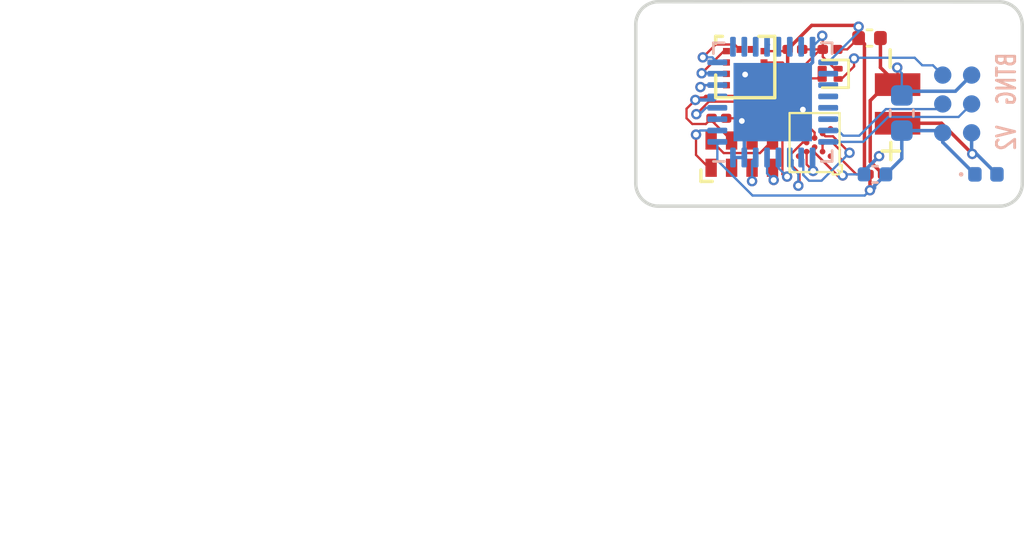
<source format=kicad_pcb>
(kicad_pcb (version 20240108) (generator "pcbnew") (generator_version "8.0")
  (layers (0 "F.Cu" signal) (31 "B.Cu" signal) (34 "B.Paste" user) (35 "F.Paste" user) (36 "B.SilkS" user "B.Silkscreen") (37 "F.SilkS" user "F.Silkscreen") (38 "B.Mask" user) (39 "F.Mask" user) (44 "Edge.Cuts" user))
  (net 0 "")
  (net 1 "GND")
  (net 2 "VBAT")
  (net 3 "SWDIO")
  (net 4 "SWCLK")
  (net 5 "Net-(Q501-C)")
  (net 6 "RST")
  (net 7 "/clkout")
  (net 8 "/SCL")
  (net 9 "/SDA")
  (net 10 "VIN")
  (net 11 "Net-(U501-VBACK)")
  (net 12 "/AT25_MISO")
  (net 13 "/AT25_nCS")
  (net 14 "/AT25_MOSI")
  (net 15 "/AT25_SCK")
  (net 17 "/ACCEL_SDA")
  (net 19 "/ACCEL_SCL")
  (net 20 "/WKUP4")
  (net 31 "unconnected-(U302-PA6-Pad12)")
  (net 34 "unconnected-(U302-PA4-Pad10)")
  (net 36 "unconnected-(U302-PA5-Pad11)")
  (footprint "AccelTag:taghole1.1mm" (layer "F.Cu") (at 140.53 111.671)
    (property "Reference" "J303" (hide yes))
    (property "Value" "Conn_01x01" (hide yes))
    (pad "" np_thru_hole circle (at 0 0) (size 1.1 1.1) (drill 1.1) (layers "*.Cu" "*.Mask"))
  )
  (footprint "AccelTag:MS621" (layer "F.Cu") (at 150.795 108.441 180)
    (property "Reference" "J401" (hide yes))
    (property "Value" "CONN_01X02" (hide yes))
    (fp_text user "-" (at 0.4 2 90) (layer "F.SilkS"))
    (fp_text user "+" (at 0.3 -2 0) (layer "F.SilkS"))
    (pad "1" smd rect (at 0 -0.85 180) (size 2 1) (layers "F.Cu" "F.Mask") (net 2 "VBAT"))
    (pad "2" smd rect (at 0 0.85 180) (size 2 1) (layers "F.Cu" "F.Mask") (net 1 "GND"))
  )
  (footprint "Capacitor_SMD:C_0402_1005Metric" (layer "F.Cu") (at 149.56 105.541)
    (property "Reference" "C404" (hide yes))
    (property "Value" "22uf" (hide yes))
    (fp_line (start -0.107836 -0.36) (end 0.107836 -0.36) (stroke (width 0.12)) (layer "F.SilkS"))
    (fp_line (start -0.107836 0.36) (end 0.107836 0.36) (stroke (width 0.12)) (layer "F.SilkS"))
    (pad "1" smd roundrect (at -0.48 0) (size 0.56 0.62) (layers "F.Cu" "F.Paste" "F.Mask") (net 10 "VIN"))
    (pad "2" smd roundrect (at 0.48 0) (size 0.56 0.62) (layers "F.Cu" "F.Paste" "F.Mask") (net 1 "GND"))
  )
  (footprint "AccelTag:RV-8803-C7" (layer "F.Cu") (at 143.944542 110.651 90)
    (property "Reference" "U501" (hide yes))
    (property "Value" "RV-3028-C7" (hide yes))
    (fp_line (start -0.7 -1.8) (end -1.2 -1.8) (stroke (width 0.15)) (layer "F.SilkS"))
    (fp_line (start -1.2 -1.8) (end -1.2 -1.3) (stroke (width 0.15)) (layer "F.SilkS"))
    (pad "1" smd rect (at -0.6 -1.35 90) (size 0.8 0.5) (layers "F.Cu" "F.Paste" "F.Mask") (net 7 "/clkout"))
    (pad "2" smd rect (at -0.6 -0.45 90) (size 0.8 0.5) (layers "F.Cu" "F.Paste" "F.Mask"))
    (pad "3" smd rect (at -0.6 0.45 90) (size 0.8 0.5) (layers "F.Cu" "F.Paste" "F.Mask") (net 8 "/SCL"))
    (pad "4" smd rect (at -0.6 1.35 90) (size 0.8 0.5) (layers "F.Cu" "F.Paste" "F.Mask") (net 9 "/SDA"))
    (pad "5" smd rect (at 0.6 1.35 90) (size 0.8 0.5) (layers "F.Cu" "F.Paste" "F.Mask") (net 1 "GND"))
    (pad "6" smd rect (at 0.6 0.45 90) (size 0.8 0.5) (layers "F.Cu" "F.Paste" "F.Mask") (net 11 "Net-(U501-VBACK)"))
    (pad "7" smd rect (at 0.6 -0.45 90) (size 0.8 0.5) (layers "F.Cu" "F.Paste" "F.Mask") (net 10 "VIN"))
    (pad "8" smd rect (at 0.6 -1.35 90) (size 0.8 0.5) (layers "F.Cu" "F.Paste" "F.Mask") (net 1 "GND"))
  )
  (footprint "Resistor_SMD:R_0201_0603Metric" (layer "F.Cu") (at 144.939542 109.051)
    (property "Reference" "R1" (hide yes))
    (property "Value" "10k" (hide yes))
    (pad "1" smd roundrect (at -0.32 0) (size 0.46 0.4) (layers "F.Cu" "F.Mask") (net 11 "Net-(U501-VBACK)"))
    (pad "2" smd roundrect (at 0.32 0) (size 0.46 0.4) (layers "F.Cu" "F.Mask") (net 1 "GND"))
  )
  (footprint "Capacitor_SMD:C_0201_0603Metric" (layer "F.Cu") (at 149.835 111.541)
    (property "Reference" "C501" (hide yes))
    (property "Value" "0.1uf" (hide yes))
    (pad "1" smd roundrect (at -0.32 0) (size 0.46 0.4) (layers "F.Cu" "F.Mask") (net 10 "VIN"))
    (pad "2" smd roundrect (at 0.32 0) (size 0.46 0.4) (layers "F.Cu" "F.Mask") (net 1 "GND"))
  )
  (footprint "Capacitor_SMD:C_0201_0603Metric" (layer "F.Cu") (at 147.825 106.041 180)
    (property "Reference" "C503" (hide yes))
    (property "Value" "0.1uf" (hide yes))
    (pad "1" smd roundrect (at -0.32 0 180) (size 0.46 0.4) (layers "F.Cu" "F.Mask") (net 10 "VIN"))
    (pad "2" smd roundrect (at 0.32 0 180) (size 0.46 0.4) (layers "F.Cu" "F.Mask") (net 1 "GND"))
  )
  (footprint "AccelTag:adesto_wlcsp12" (layer "F.Cu") (at 147.144542 110.141 180)
    (property "Reference" "U1" (hide yes))
    (property "Value" "at25ex321D-UUN" (hide yes))
    (fp_line (start 1.1 1.3) (end 1.1 -1.3) (stroke (width 0.1)) (layer "F.SilkS"))
    (fp_line (start 1.1 -1.3) (end -0.7 -1.3) (stroke (width 0.1)) (layer "F.SilkS"))
    (fp_line (start -0.8 -1.4) (end -0.8 -1.3) (stroke (width 0.1)) (layer "F.SilkS"))
    (fp_line (start -0.8 -1.4) (end -1.2 -1.4) (stroke (width 0.1)) (layer "F.SilkS"))
    (fp_line (start -1.1 1.3) (end 1.1 1.3) (stroke (width 0.1)) (layer "F.SilkS"))
    (fp_line (start -1.1 1.3) (end -1.1 -0.9) (stroke (width 0.1)) (layer "F.SilkS"))
    (fp_line (start -1.2 -1) (end -1.1 -1) (stroke (width 0.1)) (layer "F.SilkS"))
    (fp_line (start -1.2 -1) (end -1.2 -1.4) (stroke (width 0.1)) (layer "F.SilkS"))
    (fp_line (start -1.2 -1.4) (end -1.025 -1.225) (stroke (width 0.1)) (layer "F.SilkS"))
    (pad "A1" smd circle (at -0.7 -0.6 180) (size 0.25 0.25) (layers "F.Cu" "F.Paste" "F.Mask"))
    (pad "A5" smd circle (at 0.7 -0.6 180) (size 0.25 0.25) (layers "F.Cu" "F.Paste" "F.Mask"))
    (pad "B2" smd circle (at -0.35 -0.4 180) (size 0.25 0.25) (layers "F.Cu" "F.Paste" "F.Mask") (net 10 "VIN"))
    (pad "B4" smd circle (at 0.35 -0.4 180) (size 0.25 0.25) (layers "F.Cu" "F.Paste" "F.Mask") (net 13 "/AT25_nCS"))
    (pad "C3" smd circle (at 0 -0.2 180) (size 0.25 0.25) (layers "F.Cu" "F.Paste" "F.Mask") (net 1 "GND"))
    (pad "D2" smd circle (at -0.35 0 180) (size 0.25 0.25) (layers "F.Cu" "F.Paste" "F.Mask") (net 10 "VIN"))
    (pad "D4" smd circle (at 0.35 0 180) (size 0.25 0.25) (layers "F.Cu" "F.Paste" "F.Mask") (net 12 "/AT25_MISO"))
    (pad "E3" smd circle (at 0 0.2 180) (size 0.25 0.25) (layers "F.Cu" "F.Paste" "F.Mask") (net 14 "/AT25_MOSI"))
    (pad "F2" smd circle (at -0.35 0.4 180) (size 0.25 0.25) (layers "F.Cu" "F.Paste" "F.Mask") (net 15 "/AT25_SCK"))
    (pad "F4" smd circle (at 0.35 0.4 180) (size 0.25 0.25) (layers "F.Cu" "F.Paste" "F.Mask"))
    (pad "G1" smd circle (at -0.7 0.6 180) (size 0.25 0.25) (layers "F.Cu" "F.Paste" "F.Mask"))
    (pad "G5" smd circle (at 0.7 0.6 180) (size 0.25 0.25) (layers "F.Cu" "F.Paste" "F.Mask"))
  )
  (footprint "Capacitor_SMD:C_0201_0603Metric" (layer "F.Cu") (at 146.31 107.841)
    (property "Reference" "C502" (hide yes))
    (property "Value" "0.1uf" (hide yes))
    (pad "1" smd roundrect (at -0.32 0) (size 0.46 0.4) (layers "F.Cu" "F.Mask") (net 5 "Net-(Q501-C)"))
    (pad "2" smd roundrect (at 0.32 0) (size 0.46 0.4) (layers "F.Cu" "F.Mask") (net 1 "GND"))
  )
  (footprint "AccelTag:taghole1.1mm" (layer "F.Cu") (at 140.53 105.191)
    (property "Reference" "J304" (hide yes))
    (property "Value" "Conn_01x01" (hide yes))
    (pad "" np_thru_hole circle (at 0 0) (size 1.1 1.1) (drill 1.1) (layers "*.Cu" "*.Mask"))
  )
  (footprint "AccelTag:taghole1.1mm" (layer "F.Cu") (at 152.28 111.691)
    (property "Reference" "J301" (hide yes))
    (property "Value" "Conn_01x01" (hide yes))
    (pad "" np_thru_hole circle (at 0 -0.02) (size 1.1 1.1) (drill 1.1) (layers "F&B.Cu" "*.Mask"))
  )
  (footprint "AccelTag:taghole1.1mm" (layer "F.Cu") (at 151.5 105.191)
    (property "Reference" "J302" (hide yes))
    (property "Value" "Conn_01x01" (hide yes))
    (pad "" np_thru_hole circle (at 0.78 0) (size 1.1 1.1) (drill 1.1) (layers "F&B.Cu" "*.Mask"))
  )
  (footprint "Package_TO_SOT_SMD:SOT-883" (layer "F.Cu") (at 147.83 107.116 180)
    (property "Reference" "Q501" (hide yes))
    (property "Value" "Q_NPN_BEC" (hide yes))
    (fp_line (start 0.35 0.61) (end -0.81 0.61) (stroke (width 0.12)) (layer "F.SilkS"))
    (fp_line (start -0.81 0.61) (end -0.81 -0.61) (stroke (width 0.12)) (layer "F.SilkS"))
    (fp_line (start -0.81 -0.61) (end 0.35 -0.61) (stroke (width 0.12)) (layer "F.SilkS"))
    (pad "1" smd roundrect (at -0.35 -0.225 180) (size 0.4 0.25) (layers "F.Cu" "F.Paste" "F.Mask") (roundrect_rratio 0.2) (net 6 "RST"))
    (pad "2" smd roundrect (at -0.35 0.225 180) (size 0.4 0.25) (layers "F.Cu" "F.Paste" "F.Mask") (roundrect_rratio 0.2) (net 1 "GND"))
    (pad "3" smd roundrect (at 0.35 0 180) (size 0.4 0.7) (layers "F.Cu" "F.Paste" "F.Mask") (roundrect_rratio 0.125) (net 5 "Net-(Q501-C)"))
  )
  (footprint "Capacitor_SMD:C_0201_0603Metric" (layer "F.Cu") (at 146.28 106.041)
    (property "Reference" "C1" (hide yes))
    (property "Value" "0.1uf" (hide yes))
    (pad "1" smd roundrect (at -0.32 0) (size 0.46 0.4) (layers "F.Cu" "F.Mask") (net 10 "VIN"))
    (pad "2" smd roundrect (at 0.32 0) (size 0.46 0.4) (layers "F.Cu" "F.Mask") (net 1 "GND"))
  )
  (footprint "Capacitor_SMD:C_0201_0603Metric" (layer "F.Cu") (at 142.934542 109.071)
    (property "Reference" "C2" (hide yes))
    (property "Value" "0.1uf" (hide yes))
    (pad "1" smd roundrect (at -0.32 0) (size 0.46 0.4) (layers "F.Cu" "F.Mask") (net 10 "VIN"))
    (pad "2" smd roundrect (at 0.32 0) (size 0.46 0.4) (layers "F.Cu" "F.Mask") (net 1 "GND"))
  )
  (footprint "AccelTag:LIS2DW12TR" (layer "F.Cu") (at 144.094542 106.8665)
    (property "Reference" "U3" (hide yes))
    (property "Value" "LIS2DW12TR" (hide yes))
    (fp_line (start -1.3 -1.4) (end -1.3 -1.1) (stroke (width 0.15)) (layer "F.SilkS"))
    (fp_line (start -1.3 -1.4) (end -1 -1.4) (stroke (width 0.15)) (layer "F.SilkS"))
    (fp_line (start -1.3 -1.1) (end -1.3 -1.4) (stroke (width 0.15)) (layer "F.SilkS"))
    (fp_line (start -1.3 1.3) (end -1.3 0.3) (stroke (width 0.15)) (layer "F.SilkS"))
    (fp_line (start 0.6 -1.4) (end 1.3 -1.4) (stroke (width 0.15)) (layer "F.SilkS"))
    (fp_line (start 1.3 -1.4) (end 1.3 1.3) (stroke (width 0.15)) (layer "F.SilkS"))
    (fp_line (start 1.3 1.3) (end -1.3 1.3) (stroke (width 0.15)) (layer "F.SilkS"))
    (pad "1" smd rect (at -0.8255 -0.750001 90) (size 0.2794 0.3048) (layers "F.Cu" "F.Paste" "F.Mask") (net 19 "/ACCEL_SCL"))
    (pad "2" smd rect (at -0.8255 -0.25 90) (size 0.2794 0.3048) (layers "F.Cu" "F.Paste" "F.Mask"))
    (pad "3" smd rect (at -0.8255 0.25 90) (size 0.2794 0.3048) (layers "F.Cu" "F.Paste" "F.Mask"))
    (pad "4" smd rect (at -0.8255 0.750001 90) (size 0.2794 0.3048) (layers "F.Cu" "F.Paste" "F.Mask") (net 17 "/ACCEL_SDA"))
    (pad "5" smd rect (at -0.25 0.8255) (size 0.2794 0.3048) (layers "F.Cu" "F.Paste" "F.Mask"))
    (pad "6" smd rect (at 0.25 0.8255) (size 0.2794 0.3048) (layers "F.Cu" "F.Paste" "F.Mask") (net 1 "GND"))
    (pad "7" smd rect (at 0.8255 0.750001 90) (size 0.2794 0.3048) (layers "F.Cu" "F.Paste" "F.Mask") (net 1 "GND"))
    (pad "8" smd rect (at 0.8255 0.25 90) (size 0.2794 0.3048) (layers "F.Cu" "F.Paste" "F.Mask") (net 1 "GND"))
    (pad "9" smd rect (at 0.8255 -0.25 90) (size 0.2794 0.3048) (layers "F.Cu" "F.Paste" "F.Mask") (net 10 "VIN"))
    (pad "10" smd rect (at 0.8255 -0.750001 90) (size 0.2794 0.3048) (layers "F.Cu" "F.Paste" "F.Mask") (net 10 "VIN"))
    (pad "11" smd rect (at 0.25 -0.8255) (size 0.2794 0.3048) (layers "F.Cu" "F.Paste" "F.Mask"))
    (pad "12" smd rect (at -0.25 -0.8255) (size 0.2794 0.3048) (layers "F.Cu" "F.Paste" "F.Mask") (net 20 "/WKUP4"))
  )
  (footprint "Capacitor_SMD:C_0201_0603Metric" (layer "F.Cu") (at 146.28 106.841)
    (property "Reference" "C3" (hide yes))
    (property "Value" "0.1uf" (hide yes))
    (pad "1" smd roundrect (at -0.32 0) (size 0.46 0.4) (layers "F.Cu" "F.Mask") (net 10 "VIN"))
    (pad "2" smd roundrect (at 0.32 0) (size 0.46 0.4) (layers "F.Cu" "F.Mask") (net 1 "GND"))
  )
  (footprint "AccelTag:tagpoints6" (layer "B.Cu") (at 153.415 108.441 90)
    (property "Reference" "J201" (hide yes))
    (property "Value" "CONN_02X04" (hide yes))
    (pad "1" smd circle (at -1.27 -0.635 90) (size 0.762 0.762) (layers "B.Cu" "B.Mask") (net 10 "VIN"))
    (pad "2" smd circle (at -1.27 0.635 90) (size 0.762 0.762) (layers "B.Cu" "B.Mask") (net 2 "VBAT"))
    (pad "3" smd circle (at 0 -0.635 90) (size 0.762 0.762) (layers "B.Cu" "B.Mask") (net 3 "SWDIO"))
    (pad "4" smd circle (at 0 0.635 90) (size 0.762 0.762) (layers "B.Cu" "B.Mask") (net 4 "SWCLK"))
    (pad "5" smd circle (at 1.27 -0.635 90) (size 0.762 0.762) (layers "B.Cu" "B.Mask") (net 6 "RST"))
    (pad "6" smd circle (at 1.27 0.635 90) (size 0.762 0.762) (layers "B.Cu" "B.Mask") (net 1 "GND"))
  )
  (footprint "Diode_SMD:D_0402_1005Metric" (layer "B.Cu") (at 154.68 111.541)
    (property "Reference" "D401" (hide yes))
    (property "Value" "D" (hide yes))
    (fp_circle (center -1.09 0) (end -1.04 0) (stroke (width 0.1)) (fill none) (layer "B.SilkS"))
    (pad "1" smd roundrect (at -0.485 0) (size 0.59 0.64) (layers "B.Cu" "B.Paste" "B.Mask") (net 10 "VIN"))
    (pad "2" smd roundrect (at 0.485 0) (size 0.59 0.64) (layers "B.Cu" "B.Paste" "B.Mask") (net 2 "VBAT"))
  )
  (footprint "Package_DFN_QFN:QFN-32-1EP_5x5mm_P0.5mm_EP3.45x3.45mm" (layer "B.Cu") (at 145.304542 108.361)
    (property "Reference" "U302" (hide yes))
    (property "Value" "stm32l431kc" (hide yes))
    (fp_line (start -2.61 -2.61) (end -2.61 -2.135) (stroke (width 0.12)) (layer "B.SilkS"))
    (fp_line (start -2.135 -2.61) (end -2.61 -2.61) (stroke (width 0.12)) (layer "B.SilkS"))
    (fp_line (start -2.135 2.61) (end -2.61 2.61) (stroke (width 0.12)) (layer "B.SilkS"))
    (fp_line (start 2.135 -2.61) (end 2.61 -2.61) (stroke (width 0.12)) (layer "B.SilkS"))
    (fp_line (start 2.135 2.61) (end 2.61 2.61) (stroke (width 0.12)) (layer "B.SilkS"))
    (fp_line (start 2.61 -2.61) (end 2.61 -2.135) (stroke (width 0.12)) (layer "B.SilkS"))
    (fp_line (start 2.61 2.61) (end 2.61 2.135) (stroke (width 0.12)) (layer "B.SilkS"))
    (pad "1" smd roundrect (at -2.4375 1.75) (size 0.875 0.25) (layers "B.Cu" "B.Paste" "B.Mask") (net 10 "VIN"))
    (pad "2" smd roundrect (at -2.4375 1.25) (size 0.875 0.25) (layers "B.Cu" "B.Paste" "B.Mask") (net 7 "/clkout"))
    (pad "3" smd roundrect (at -2.4375 0.75) (size 0.875 0.25) (layers "B.Cu" "B.Paste" "B.Mask"))
    (pad "4" smd roundrect (at -2.4375 0.25) (size 0.875 0.25) (layers "B.Cu" "B.Paste" "B.Mask") (net 5 "Net-(Q501-C)"))
    (pad "5" smd roundrect (at -2.4375 -0.25) (size 0.875 0.25) (layers "B.Cu" "B.Paste" "B.Mask") (net 10 "VIN"))
    (pad "6" smd roundrect (at -2.4375 -0.75) (size 0.875 0.25) (layers "B.Cu" "B.Paste" "B.Mask") (net 17 "/ACCEL_SDA"))
    (pad "7" smd roundrect (at -2.4375 -1.25) (size 0.875 0.25) (layers "B.Cu" "B.Paste" "B.Mask") (net 19 "/ACCEL_SCL"))
    (pad "8" smd roundrect (at -2.4375 -1.75) (size 0.875 0.25) (layers "B.Cu" "B.Paste" "B.Mask") (net 20 "/WKUP4"))
    (pad "9" smd roundrect (at -1.75 -2.4375) (size 0.25 0.875) (layers "B.Cu" "B.Paste" "B.Mask"))
    (pad "10" smd roundrect (at -1.25 -2.4375) (size 0.25 0.875) (layers "B.Cu" "B.Paste" "B.Mask") (net 34 "unconnected-(U302-PA4-Pad10)"))
    (pad "11" smd roundrect (at -0.75 -2.4375) (size 0.25 0.875) (layers "B.Cu" "B.Paste" "B.Mask") (net 36 "unconnected-(U302-PA5-Pad11)"))
    (pad "12" smd roundrect (at -0.25 -2.4375) (size 0.25 0.875) (layers "B.Cu" "B.Paste" "B.Mask") (net 31 "unconnected-(U302-PA6-Pad12)"))
    (pad "13" smd roundrect (at 0.25 -2.4375) (size 0.25 0.875) (layers "B.Cu" "B.Paste" "B.Mask"))
    (pad "14" smd roundrect (at 0.75 -2.4375) (size 0.25 0.875) (layers "B.Cu" "B.Paste" "B.Mask"))
    (pad "15" smd roundrect (at 1.25 -2.4375) (size 0.25 0.875) (layers "B.Cu" "B.Paste" "B.Mask"))
    (pad "16" smd roundrect (at 1.75 -2.4375) (size 0.25 0.875) (layers "B.Cu" "B.Paste" "B.Mask") (net 1 "GND"))
    (pad "17" smd roundrect (at 2.4375 -1.75) (size 0.875 0.25) (layers "B.Cu" "B.Paste" "B.Mask") (net 10 "VIN"))
    (pad "18" smd roundrect (at 2.4375 -1.25) (size 0.875 0.25) (layers "B.Cu" "B.Paste" "B.Mask"))
    (pad "19" smd roundrect (at 2.4375 -0.75) (size 0.875 0.25) (layers "B.Cu" "B.Paste" "B.Mask"))
    (pad "20" smd roundrect (at 2.4375 -0.25) (size 0.875 0.25) (layers "B.Cu" "B.Paste" "B.Mask"))
    (pad "21" smd roundrect (at 2.4375 0.25) (size 0.875 0.25) (layers "B.Cu" "B.Paste" "B.Mask"))
    (pad "22" smd roundrect (at 2.4375 0.75) (size 0.875 0.25) (layers "B.Cu" "B.Paste" "B.Mask"))
    (pad "23" smd roundrect (at 2.4375 1.25) (size 0.875 0.25) (layers "B.Cu" "B.Paste" "B.Mask") (net 3 "SWDIO"))
    (pad "24" smd roundrect (at 2.4375 1.75) (size 0.875 0.25) (layers "B.Cu" "B.Paste" "B.Mask") (net 4 "SWCLK"))
    (pad "25" smd roundrect (at 1.75 2.4375) (size 0.25 0.875) (layers "B.Cu" "B.Paste" "B.Mask") (net 13 "/AT25_nCS"))
    (pad "26" smd roundrect (at 1.25 2.4375) (size 0.25 0.875) (layers "B.Cu" "B.Paste" "B.Mask") (net 15 "/AT25_SCK"))
    (pad "27" smd roundrect (at 0.75 2.4375) (size 0.25 0.875) (layers "B.Cu" "B.Paste" "B.Mask") (net 12 "/AT25_MISO"))
    (pad "28" smd roundrect (at 0.25 2.4375) (size 0.25 0.875) (layers "B.Cu" "B.Paste" "B.Mask") (net 14 "/AT25_MOSI"))
    (pad "29" smd roundrect (at -0.25 2.4375) (size 0.25 0.875) (layers "B.Cu" "B.Paste" "B.Mask") (net 9 "/SDA"))
    (pad "30" smd roundrect (at -0.75 2.4375) (size 0.25 0.875) (layers "B.Cu" "B.Paste" "B.Mask") (net 8 "/SCL"))
    (pad "31" smd roundrect (at -1.25 2.4375) (size 0.25 0.875) (layers "B.Cu" "B.Paste" "B.Mask") (net 1 "GND"))
    (pad "32" smd roundrect (at -1.75 2.4375) (size 0.25 0.875) (layers "B.Cu" "B.Paste" "B.Mask") (net 1 "GND"))
    (pad "33" smd rect (at 0 0) (size 3.45 3.45) (layers "B.Cu" "B.Mask") (net 1 "GND"))
  )
  (footprint "Capacitor_SMD:C_0603_1608Metric" (layer "B.Cu") (at 150.98 108.841 90)
    (property "Reference" "C6" (hide yes))
    (property "Value" "47uf" (hide yes))
    (fp_line (start 0.14058 -0.51) (end -0.14058 -0.51) (stroke (width 0.12)) (layer "B.SilkS"))
    (fp_line (start 0.14058 0.51) (end -0.14058 0.51) (stroke (width 0.12)) (layer "B.SilkS"))
    (pad "1" smd roundrect (at -0.775 0 90) (size 0.9 0.95) (layers "B.Cu" "B.Paste" "B.Mask") (net 10 "VIN"))
    (pad "2" smd roundrect (at 0.775 0 90) (size 0.9 0.95) (layers "B.Cu" "B.Paste" "B.Mask") (net 1 "GND"))
  )
  (footprint "Capacitor_SMD:C_0402_1005Metric" (layer "B.Cu") (at 149.8 111.541 180)
    (property "Reference" "C4" (hide yes))
    (property "Value" "22uf" (hide yes))
    (fp_line (start 0.107836 0.36) (end -0.107836 0.36) (stroke (width 0.12)) (layer "B.SilkS"))
    (fp_line (start 0.107836 -0.36) (end -0.107836 -0.36) (stroke (width 0.12)) (layer "B.SilkS"))
    (pad "1" smd roundrect (at -0.48 0 180) (size 0.56 0.62) (layers "B.Cu" "B.Paste" "B.Mask") (net 10 "VIN"))
    (pad "2" smd roundrect (at 0.48 0 180) (size 0.56 0.62) (layers "B.Cu" "B.Paste" "B.Mask") (net 1 "GND"))
  )
  (gr_line (start 143.994542 107.241) (end 144.094542 107.191) (stroke (width 0.2)) (layer "B.Cu") (net 1))
  (gr_line (start 139.28 111.941) (end 139.28 104.941) (stroke (width 0.15)) (layer "Edge.Cuts"))
  (gr_line (start 156.28 104.948107) (end 156.28 111.941) (stroke (width 0.15)) (layer "Edge.Cuts"))
  (gr_arc (start 156.28 111.941) (mid 155.987107 112.648107) (end 155.28 112.941) (stroke (width 0.15)) (layer "Edge.Cuts"))
  (gr_arc (start 155.28 103.948107) (mid 155.984572 104.241418) (end 156.272868 104.948056) (stroke (width 0.15)) (layer "Edge.Cuts"))
  (gr_arc (start 139.28 104.941) (mid 139.572893 104.233893) (end 140.28 103.941) (stroke (width 0.15)) (layer "Edge.Cuts"))
  (gr_line (start 155.28 103.948107) (end 140.28 103.941) (stroke (width 0.15)) (layer "Edge.Cuts"))
  (gr_line (start 155.28 112.941) (end 140.28 112.941) (stroke (width 0.15)) (layer "Edge.Cuts"))
  (gr_arc (start 140.28 112.941) (mid 139.572893 112.648107) (end 139.28 111.941) (stroke (width 0.15)) (layer "Edge.Cuts"))
  (gr_text "BTNG  V2" (at 155.58 108.341 90) (layer "B.SilkS") (effects (font (size 0.8 0.6) (thickness 0.125)) (justify mirror)))
  (segment (start 146.63 107.841) (end 146.63 108.691) (width 0.1016) (layer "F.Cu") (net 1))
  (segment (start 143.146942 110.6034) (end 144.742142 110.6034) (width 0.1016) (layer "F.Cu") (net 1))
  (segment (start 147.505 106.041) (end 147.505 105.466) (width 0.1016) (layer "F.Cu") (net 1))
  (segment (start 145.259542 109.051) (end 145.259542 109.986) (width 0.1016) (layer "F.Cu") (net 1))
  (segment (start 149.6675 111.0535) (end 150.155 111.541) (width 0.1524) (layer "F.Cu") (net 1))
  (segment (start 144.560043 107.616501) (end 144.089542 107.146) (width 0.1016) (layer "F.Cu") (net 1))
  (segment (start 144.344542 107.692) (end 144.344542 107.401) (width 0.1016) (layer "F.Cu") (net 1))
  (segment (start 146.6 106.841) (end 147.4 106.041) (width 0.1016) (layer "F.Cu") (net 1))
  (segment (start 147.4 106.041) (end 147.505 106.041) (width 0.1016) (layer "F.Cu") (net 1))
  (segment (start 143.814542 109.061) (end 143.944542 109.191) (width 0.1016) (layer "F.Cu") (net 1))
  (segment (start 143.824542 109.071) (end 143.944542 109.191) (width 0.1016) (layer "F.Cu") (net 1))
  (segment (start 144.344542 107.401) (end 144.089542 107.146) (width 0.1016) (layer "F.Cu") (net 1))
  (segment (start 143.944542 109.191) (end 143.944542 109.085171) (width 0.1016) (layer "F.Cu") (net 1))
  (segment (start 150.795 107.591) (end 150.795 107.436) (width 0.1524) (layer "F.Cu") (net 1))
  (segment (start 144.089542 107.146) (end 144.890542 107.146) (width 0.1016) (layer "F.Cu") (net 1))
  (segment (start 144.890542 107.146) (end 144.920042 107.1165) (width 0.1016) (layer "F.Cu") (net 1))
  (segment (start 147.144542 110.583303) (end 148.23 111.668761) (width 0.1016) (layer "F.Cu") (net 1))
  (segment (start 147.505 106.366) (end 148.08 106.941) (width 0.1016) (layer "F.Cu") (net 1))
  (segment (start 145.144542 108.6355) (end 145.259542 108.7505) (width 0.1016) (layer "F.Cu") (net 1))
  (segment (start 144.394213 108.6355) (end 145.144542 108.6355) (width 0.1016) (layer "F.Cu") (net 1))
  (segment (start 150.295 107.591) (end 149.5912 108.2948) (width 0.1524) (layer "F.Cu") (net 1))
  (segment (start 149.98 110.741) (end 149.6675 111.0535) (width 0.1524) (layer "F.Cu") (net 1))
  (segment (start 149.5912 110.9772) (end 149.6675 111.0535) (width 0.1524) (layer "F.Cu") (net 1))
  (segment (start 147.144542 110.583303) (end 148.152239 111.591) (width 0.1016) (layer "F.Cu") (net 1))
  (segment (start 150.795 107.591) (end 149.9 107.591) (width 0.1524) (layer "F.Cu") (net 1))
  (segment (start 147.144542 110.341) (end 147.144542 110.583303) (width 0.1016) (layer "F.Cu") (net 1))
  (segment (start 150.795 107.591) (end 150.795 106.856) (width 0.1016) (layer "F.Cu") (net 1))
  (segment (start 148.152239 111.591) (end 148.38 111.591) (width 0.1016) (layer "F.Cu") (net 1))
  (segment (start 142.614542 109.931) (end 142.494542 110.051) (width 0.1016) (layer "F.Cu") (net 1))
  (segment (start 147.505 106.041) (end 147.505 106.366) (width 0.1016) (layer "F.Cu") (net 1))
  (segment (start 142.594542 110.051) (end 143.146942 110.6034) (width 0.1016) (layer "F.Cu") (net 1))
  (segment (start 150.04 106.836) (end 150.795 107.591) (width 0.1524) (layer "F.Cu") (net 1))
  (segment (start 150.79 107.361) (end 150.64 107.511) (width 0.1016) (layer "F.Cu") (net 1))
  (segment (start 146.63 107.841) (end 146.63 108.051) (width 0.1016) (layer "F.Cu") (net 1))
  (segment (start 147.505 105.466) (end 147.48 105.441) (width 0.1016) (layer "F.Cu") (net 1))
  (segment (start 149.956 107.511) (end 150.84 107.511) (width 0.1016) (layer "F.Cu") (net 1))
  (segment (start 144.920042 107.616501) (end 144.560043 107.616501) (width 0.1016) (layer "F.Cu") (net 1))
  (segment (start 146.6 106.041) (end 147.505 106.041) (width 0.1016) (layer "F.Cu") (net 1))
  (segment (start 144.742142 110.6034) (end 145.294542 110.051) (width 0.1016) (layer "F.Cu") (net 1))
  (segment (start 150.795 106.856) (end 150.78 106.841) (width 0.1016) (layer "F.Cu") (net 1))
  (segment (start 149.5912 108.2948) (end 149.5912 110.9772) (width 0.1524) (layer "F.Cu") (net 1))
  (segment (start 143.254542 109.071) (end 143.824542 109.071) (width 0.1016) (layer "F.Cu") (net 1))
  (segment (start 143.944542 109.085171) (end 144.394213 108.6355) (width 0.1016) (layer "F.Cu") (net 1))
  (segment (start 145.259542 108.7505) (end 145.259542 109.051) (width 0.1016) (layer "F.Cu") (net 1))
  (segment (start 150.795 107.591) (end 150.295 107.591) (width 0.1524) (layer "F.Cu") (net 1))
  (segment (start 150.04 105.541) (end 150.04 106.836) (width 0.1524) (layer "F.Cu") (net 1))
  (via (at 146.63 108.691) (size 0.4572) (drill 0.254) (layers "F.Cu" "B.Cu") (net 1))
  (via (at 148.38 111.591) (size 0.4572) (drill 0.254) (layers "F.Cu" "B.Cu") (net 1))
  (via (at 149.98 110.741) (size 0.4572) (drill 0.254) (layers "F.Cu" "B.Cu") (net 1))
  (via (at 150.78 106.841) (size 0.4572) (drill 0.254) (layers "F.Cu" "B.Cu") (net 1))
  (via (at 143.944542 109.191) (size 0.4572) (drill 0.254) (layers "F.Cu" "B.Cu") (net 1))
  (via (at 144.089542 107.146) (size 0.4572) (drill 0.254) (layers "F.Cu" "B.Cu") (net 1))
  (via (at 147.48 105.441) (size 0.4572) (drill 0.254) (layers "F.Cu" "B.Cu") (net 1))
  (segment (start 148.43 111.541) (end 148.38 111.591) (width 0.1016) (layer "B.Cu") (net 1))
  (segment (start 154.08 107.141) (end 154.05 107.171) (width 0.1524) (layer "B.Cu") (net 1))
  (segment (start 144.054542 109.611) (end 145.304542 108.361) (width 0.1524) (layer "B.Cu") (net 1))
  (segment (start 147.054542 105.9235) (end 147.054542 106.611) (width 0.1524) (layer "B.Cu") (net 1))
  (segment (start 143.554542 110.7985) (end 144.054542 110.7985) (width 0.1524) (layer "B.Cu") (net 1))
  (segment (start 151.1638 107.8822) (end 153.3388 107.8822) (width 0.1524) (layer "B.Cu") (net 1))
  (segment (start 144.089542 107.146) (end 145.304542 108.361) (width 0.1524) (layer "B.Cu") (net 1))
  (segment (start 150.98 108.066) (end 151.1638 107.8822) (width 0.1524) (layer "B.Cu") (net 1))
  (segment (start 147.48 105.441) (end 147.48 105.498042) (width 0.1016) (layer "B.Cu") (net 1))
  (segment (start 150.78 106.891) (end 150.98 107.091) (width 0.1016) (layer "B.Cu") (net 1))
  (segment (start 144.054542 110.7985) (end 144.054542 109.611) (width 0.1524) (layer "B.Cu") (net 1))
  (segment (start 149.13 111.581) (end 149.19 111.641) (width 0.1524) (layer "B.Cu") (net 1))
  (segment (start 147.48 105.498042) (end 147.054542 105.9235) (width 0.1016) (layer "B.Cu") (net 1))
  (segment (start 153.3388 107.8822) (end 154.05 107.171) (width 0.1524) (layer "B.Cu") (net 1))
  (segment (start 149.32 111.541) (end 149.32 111.401) (width 0.1524) (layer "B.Cu") (net 1))
  (segment (start 150.78 106.841) (end 150.78 106.891) (width 0.1016) (layer "B.Cu") (net 1))
  (segment (start 149.32 111.541) (end 148.43 111.541) (width 0.1016) (layer "B.Cu") (net 1))
  (segment (start 147.054542 106.611) (end 145.304542 108.361) (width 0.1524) (layer "B.Cu") (net 1))
  (segment (start 150.98 107.091) (end 150.98 108.066) (width 0.1016) (layer "B.Cu") (net 1))
  (segment (start 149.32 111.401) (end 149.98 110.741) (width 0.1524) (layer "B.Cu") (net 1))
  (segment (start 152.73 109.291) (end 154.08 110.641) (width 0.1524) (layer "F.Cu") (net 2))
  (segment (start 150.84 109.211) (end 150.655 109.211) (width 0.1016) (layer "F.Cu") (net 2))
  (segment (start 150.795 109.291) (end 152.73 109.291) (width 0.1524) (layer "F.Cu") (net 2))
  (segment (start 150.985 109.411) (end 150.825 109.251) (width 0.1016) (layer "F.Cu") (net 2))
  (segment (start 150.955 109.451) (end 150.795 109.291) (width 0.1524) (layer "F.Cu") (net 2))
  (segment (start 150.69 109.261) (end 150.64 109.211) (width 0.1016) (layer "F.Cu") (net 2))
  (via (at 154.08 110.641) (size 0.4572) (drill 0.254) (layers "F.Cu" "B.Cu") (net 2))
  (segment (start 154.265 110.641) (end 155.165 111.541) (width 0.1524) (layer "B.Cu") (net 2))
  (segment (start 154.08 110.641) (end 154.265 110.641) (width 0.1524) (layer "B.Cu") (net 2))
  (segment (start 154.05 109.711) (end 154.05 110.611) (width 0.1524) (layer "B.Cu") (net 2))
  (segment (start 154.05 110.611) (end 154.08 110.641) (width 0.1524) (layer "B.Cu") (net 2))
  (segment (start 148.407341 109.8388) (end 149.1096 109.8388) (width 0.1016) (layer "B.Cu") (net 3))
  (segment (start 152.5526 108.6684) (end 150.28 108.6684) (width 0.1016) (layer "B.Cu") (net 3))
  (segment (start 148.407341 109.8388) (end 148.179541 109.611) (width 0.1016) (layer "B.Cu") (net 3))
  (segment (start 149.1096 109.8388) (end 149.5768 109.3716) (width 0.1016) (layer "B.Cu") (net 3))
  (segment (start 152.78 108.441) (end 152.5526 108.6684) (width 0.1016) (layer "B.Cu") (net 3))
  (segment (start 150.28 108.6684) (end 149.5768 109.3716) (width 0.1016) (layer "B.Cu") (net 3))
  (segment (start 148.179541 109.611) (end 147.742042 109.611) (width 0.1016) (layer "B.Cu") (net 3))
  (segment (start 150.38 109.0136) (end 153.4774 109.0136) (width 0.1016) (layer "B.Cu") (net 4))
  (segment (start 147.742042 110.111) (end 149.2826 110.111) (width 0.1016) (layer "B.Cu") (net 4))
  (segment (start 153.4774 109.0136) (end 154.05 108.441) (width 0.1016) (layer "B.Cu") (net 4))
  (segment (start 149.2826 110.111) (end 150.38 109.0136) (width 0.1016) (layer "B.Cu") (net 4))
  (segment (start 141.944542 108.891) (end 142.494542 108.341) (width 0.1016) (layer "F.Cu") (net 5))
  (segment (start 147.28 107.316) (end 146.515 107.316) (width 0.1016) (layer "F.Cu") (net 5))
  (segment (start 145.58 107.841) (end 145.99 107.841) (width 0.1016) (layer "F.Cu") (net 5))
  (segment (start 145.08 108.341) (end 145.58 107.841) (width 0.1016) (layer "F.Cu") (net 5))
  (segment (start 142.494542 108.341) (end 145.08 108.341) (width 0.1016) (layer "F.Cu") (net 5))
  (segment (start 147.48 107.116) (end 147.28 107.316) (width 0.1016) (layer "F.Cu") (net 5))
  (segment (start 146.515 107.316) (end 145.99 107.841) (width 0.1016) (layer "F.Cu") (net 5))
  (via (at 141.944542 108.891) (size 0.4572) (drill 0.254) (layers "F.Cu" "B.Cu") (net 5))
  (segment (start 142.867042 108.611) (end 142.374679 108.611) (width 0.1016) (layer "B.Cu") (net 5))
  (segment (start 142.374679 108.611) (end 142.162264 108.823415) (width 0.1016) (layer "B.Cu") (net 5))
  (segment (start 148.88 106.791) (end 148.28 107.391) (width 0.1016) (layer "F.Cu") (net 6))
  (segment (start 148.719542 106.441) (end 148.88 106.441) (width 0.1016) (layer "F.Cu") (net 6))
  (segment (start 148.28 107.391) (end 148.08 107.391) (width 0.1016) (layer "F.Cu") (net 6))
  (segment (start 148.88 106.441) (end 148.88 106.791) (width 0.1016) (layer "F.Cu") (net 6))
  (via (at 148.88 106.441) (size 0.4572) (drill 0.254) (layers "F.Cu" "B.Cu") (net 6))
  (segment (start 151.5482 106.4092) (end 151.88 106.741) (width 0.1016) (layer "B.Cu") (net 6))
  (segment (start 148.88 106.441) (end 148.9118 106.4092) (width 0.1016) (layer "B.Cu") (net 6))
  (segment (start 148.9118 106.4092) (end 151.5482 106.4092) (width 0.1016) (layer "B.Cu") (net 6))
  (segment (start 152.35 106.741) (end 152.78 107.171) (width 0.1016) (layer "B.Cu") (net 6))
  (segment (start 151.88 106.741) (end 152.35 106.741) (width 0.1016) (layer "B.Cu") (net 6))
  (segment (start 141.93 109.791) (end 141.93 110.686458) (width 0.1016) (layer "F.Cu") (net 7))
  (segment (start 141.93 110.686458) (end 142.282271 111.038729) (width 0.1016) (layer "F.Cu") (net 7))
  (segment (start 142.282271 111.038729) (end 142.494542 111.251) (width 0.1016) (layer "F.Cu") (net 7))
  (via (at 141.93 109.791) (size 0.4572) (drill 0.254) (layers "F.Cu" "B.Cu") (net 7))
  (segment (start 142.11 109.611) (end 141.93 109.791) (width 0.1016) (layer "B.Cu") (net 7))
  (segment (start 142.867042 109.611) (end 142.11 109.611) (width 0.1016) (layer "B.Cu") (net 7))
  (segment (start 144.394542 111.251) (end 144.394542 111.841) (width 0.1016) (layer "F.Cu") (net 8))
  (via (at 144.394542 111.841) (size 0.4572) (drill 0.254) (layers "F.Cu" "B.Cu") (net 8))
  (segment (start 144.394542 111.841) (end 144.394542 110.9585) (width 0.1016) (layer "B.Cu") (net 8))
  (segment (start 144.394542 110.9585) (end 144.554542 110.7985) (width 0.1016) (layer "B.Cu") (net 8))
  (segment (start 145.294542 111.251) (end 145.294542 111.741) (width 0.1016) (layer "F.Cu") (net 9))
  (segment (start 145.294542 111.741) (end 145.344542 111.791) (width 0.1016) (layer "F.Cu") (net 9))
  (via (at 145.344542 111.791) (size 0.4572) (drill 0.254) (layers "F.Cu" "B.Cu") (net 9))
  (segment (start 145.054542 111.501) (end 145.054542 110.7985) (width 0.1016) (layer "B.Cu") (net 9))
  (segment (start 145.344542 111.791) (end 145.054542 111.501) (width 0.1016) (layer "B.Cu") (net 9))
  (segment (start 148.2482 110.4592) (end 148.2482 110.8092) (width 0.1016) (layer "F.Cu") (net 10))
  (segment (start 147.0172 104.9838) (end 145.96 106.041) (width 0.1524) (layer "F.Cu") (net 10))
  (segment (start 142.3586 108.1124) (end 142.28 108.191) (width 0.1524) (layer "F.Cu") (net 10))
  (segment (start 145.96 106.041) (end 145.96 106.841) (width 0.1524) (layer "F.Cu") (net 10))
  (segment (start 149.58 111.606) (end 149.515 111.541) (width 0.1524) (layer "F.Cu") (net 10))
  (segment (start 145.96 106.041) (end 146.010282 106.041) (width 0.1016) (layer "F.Cu") (net 10))
  (segment (start 147.93 110.141) (end 148.2482 110.4592) (width 0.1016) (layer "F.Cu") (net 10))
  (segment (start 141.512742 109.069858) (end 141.512742 108.653029) (width 0.1016) (layer "F.Cu") (net 10))
  (segment (start 145.884501 106.116499) (end 145.96 106.041) (width 0.1016) (layer "F.Cu") (net 10))
  (segment (start 149.08 105.041) (end 149.0228 104.9838) (width 0.1524) (layer "F.Cu") (net 10))
  (segment (start 141.765684 109.3228) (end 141.512742 109.069858) (width 0.1016) (layer "F.Cu") (net 10))
  (segment (start 149.58 112.241) (end 149.58 111.606) (width 0.1524) (layer "F.Cu") (net 10))
  (segment (start 142.28 108.191) (end 142.23 108.191) (width 0.1524) (layer "F.Cu") (net 10))
  (segment (start 148.145 106.041) (end 148.58 106.041) (width 0.1016) (layer "F.Cu") (net 10))
  (segment (start 142.614542 109.171) (end 143.494542 110.051) (width 0.1016) (layer "F.Cu") (net 10))
  (segment (start 142.614542 109.071) (end 142.614542 109.171) (width 0.1016) (layer "F.Cu") (net 10))
  (segment (start 149.08 105.041) (end 149.08 105.541) (width 0.1016) (layer "F.Cu") (net 10))
  (segment (start 149.08 105.041) (end 149.0482 105.0092) (width 0.1016) (layer "F.Cu") (net 10))
  (segment (start 143.394542 110.051) (end 143.394542 110.201) (width 0.1016) (layer "F.Cu") (net 10))
  (segment (start 144.98531 108.1124) (end 142.3586 108.1124) (width 0.1524) (layer "F.Cu") (net 10))
  (segment (start 147.494542 110.141) (end 147.494542 110.541) (width 0.1016) (layer "F.Cu") (net 10))
  (segment (start 149.3372 111.3632) (end 149.515 111.541) (width 0.1524) (layer "F.Cu") (net 10))
  (segment (start 149.0228 104.9838) (end 147.0172 104.9838) (width 0.1524) (layer "F.Cu") (net 10))
  (segment (start 145.96 106.841) (end 145.96 107.13771) (width 0.1524) (layer "F.Cu") (net 10))
  (segment (start 145.96 107.13771) (end 144.98531 108.1124) (width 0.1524) (layer "F.Cu") (net 10))
  (segment (start 142.614542 109.001) (end 142.614542 109.000171) (width 0.1016) (layer "F.Cu") (net 10))
  (segment (start 148.98 111.541) (end 149.515 111.541) (width 0.1016) (layer "F.Cu") (net 10))
  (segment (start 144.920042 106.116499) (end 145.884501 106.116499) (width 0.1016) (layer "F.Cu") (net 10))
  (segment (start 141.512742 108.653029) (end 141.900742 108.265029) (width 0.1016) (layer "F.Cu") (net 10))
  (segment (start 148.2482 110.8092) (end 148.98 111.541) (width 0.1016) (layer "F.Cu") (net 10))
  (segment (start 141.974771 108.191) (end 141.900742 108.265029) (width 0.1524) (layer "F.Cu") (net 10))
  (segment (start 147.494542 110.141) (end 147.93 110.141) (width 0.1016) (layer "F.Cu") (net 10))
  (segment (start 142.614542 109.071) (end 142.362742 109.3228) (width 0.1016) (layer "F.Cu") (net 10))
  (segment (start 142.23 108.191) (end 141.974771 108.191) (width 0.1524) (layer "F.Cu") (net 10))
  (segment (start 142.362742 109.3228) (end 141.765684 109.3228) (width 0.1016) (layer "F.Cu") (net 10))
  (segment (start 148.58 106.041) (end 149.08 105.541) (width 0.1016) (layer "F.Cu") (net 10))
  (segment (start 149.3372 105.7982) (end 149.3372 111.3632) (width 0.1524) (layer "F.Cu") (net 10))
  (segment (start 144.920042 106.6165) (end 145.7355 106.6165) (width 0.1016) (layer "F.Cu") (net 10))
  (segment (start 145.7355 106.6165) (end 145.96 106.841) (width 0.1016) (layer "F.Cu") (net 10))
  (segment (start 149.08 105.541) (end 149.3372 105.7982) (width 0.1524) (layer "F.Cu") (net 10))
  (via (at 141.900742 108.265029) (size 0.4572) (drill 0.254) (layers "F.Cu" "B.Cu") (net 10))
  (via (at 149.08 105.041) (size 0.4572) (drill 0.254) (layers "F.Cu" "B.Cu") (net 10))
  (via (at 149.58 112.241) (size 0.4572) (drill 0.254) (layers "F.Cu" "B.Cu") (net 10))
  (segment (start 149.78 112.141) (end 149.68 112.241) (width 0.1524) (layer "B.Cu") (net 10))
  (segment (start 142.713013 108.265029) (end 142.867042 108.111) (width 0.1524) (layer "B.Cu") (net 10))
  (segment (start 142.867042 110.111) (end 142.919542 110.1635) (width 0.1524) (layer "B.Cu") (net 10))
  (segment (start 142.867042 110.924158) (end 144.415684 112.4728) (width 0.1016) (layer "B.Cu") (net 10))
  (segment (start 149.3482 112.4728) (end 149.58 112.241) (width 0.1016) (layer "B.Cu") (net 10))
  (segment (start 150.28 111.541) (end 149.78 112.041) (width 0.1524) (layer "B.Cu") (net 10))
  (segment (start 152.685 109.616) (end 152.78 109.711) (width 0.1524) (layer "B.Cu") (net 10))
  (segment (start 147.742042 106.611) (end 149.08 105.273042) (width 0.1016) (layer "B.Cu") (net 10))
  (segment (start 152.78 109.711) (end 152.78 110.126) (width 0.1524) (layer "B.Cu") (net 10))
  (segment (start 149.78 112.041) (end 149.78 112.141) (width 0.1524) (layer "B.Cu") (net 10))
  (segment (start 144.415684 112.4728) (end 149.3482 112.4728) (width 0.1016) (layer "B.Cu") (net 10))
  (segment (start 152.78 110.126) (end 154.195 111.541) (width 0.1524) (layer "B.Cu") (net 10))
  (segment (start 150.98 110.841) (end 150.28 111.541) (width 0.1524) (layer "B.Cu") (net 10))
  (segment (start 150.98 109.616) (end 150.98 110.841) (width 0.1524) (layer "B.Cu") (net 10))
  (segment (start 141.900742 108.265029) (end 142.713013 108.265029) (width 0.1524) (layer "B.Cu") (net 10))
  (segment (start 142.834442 110.1436) (end 142.867042 110.111) (width 0.1016) (layer "B.Cu") (net 10))
  (segment (start 142.867042 110.111) (end 142.867042 110.924158) (width 0.1016) (layer "B.Cu") (net 10))
  (segment (start 150.98 109.616) (end 152.685 109.616) (width 0.1524) (layer "B.Cu") (net 10))
  (segment (start 149.68 112.241) (end 149.58 112.241) (width 0.1524) (layer "B.Cu") (net 10))
  (segment (start 149.08 105.273042) (end 149.08 105.041) (width 0.1016) (layer "B.Cu") (net 10))
  (segment (start 144.619542 109.726) (end 144.294542 110.051) (width 0.1016) (layer "F.Cu") (net 11))
  (segment (start 144.619542 109.051) (end 144.619542 109.726) (width 0.1016) (layer "F.Cu") (net 11))
  (segment (start 146.48 111.491) (end 146.48 111.791) (width 0.1016) (layer "F.Cu") (net 12))
  (segment (start 146.03 111.041) (end 146.48 111.491) (width 0.1016) (layer "F.Cu") (net 12))
  (segment (start 146.794542 110.141) (end 146.617766 110.141) (width 0.1016) (layer "F.Cu") (net 12))
  (segment (start 146.48 111.991) (end 146.43 112.041) (width 0.1016) (layer "F.Cu") (net 12))
  (segment (start 146.48 111.791) (end 146.48 111.941) (width 0.1016) (layer "F.Cu") (net 12))
  (segment (start 146.48 111.941) (end 146.48 111.991) (width 0.1016) (layer "F.Cu") (net 12))
  (segment (start 146.03 110.728766) (end 146.03 111.041) (width 0.1016) (layer "F.Cu") (net 12))
  (segment (start 146.617766 110.141) (end 146.03 110.728766) (width 0.1016) (layer "F.Cu") (net 12))
  (via (at 146.43 112.041) (size 0.4572) (drill 0.254) (layers "F.Cu" "B.Cu") (net 12))
  (segment (start 146.179542 111.273515) (end 146.43 111.523973) (width 0.1016) (layer "B.Cu") (net 12))
  (segment (start 146.179542 110.9235) (end 146.179542 111.273515) (width 0.1016) (layer "B.Cu") (net 12))
  (segment (start 146.43 111.523973) (end 146.43 112.041) (width 0.1016) (layer "B.Cu") (net 12))
  (segment (start 146.054542 110.7985) (end 146.179542 110.9235) (width 0.1016) (layer "B.Cu") (net 12))
  (segment (start 146.054542 111.065542) (end 146.054542 110.7985) (width 0.1016) (layer "B.Cu") (net 12))
  (segment (start 146.794542 110.541) (end 146.794542 111.105542) (width 0.1016) (layer "F.Cu") (net 13))
  (segment (start 146.794542 110.541) (end 146.88 110.541) (width 0.1016) (layer "F.Cu") (net 13))
  (segment (start 146.794542 111.105542) (end 147.08 111.391) (width 0.1016) (layer "F.Cu") (net 13))
  (via (at 147.08 111.391) (size 0.4572) (drill 0.254) (layers "F.Cu" "B.Cu") (net 13))
  (segment (start 147.054542 110.7985) (end 147.054542 111.365542) (width 0.1016) (layer "B.Cu") (net 13))
  (segment (start 147.054542 111.365542) (end 147.08 111.391) (width 0.1016) (layer "B.Cu") (net 13))
  (segment (start 147.144542 109.698697) (end 146.709445 109.2636) (width 0.1016) (layer "F.Cu") (net 14))
  (segment (start 147.144542 109.941) (end 147.144542 109.698697) (width 0.1016) (layer "F.Cu") (net 14))
  (segment (start 145.73 109.841) (end 145.73 111.541) (width 0.1016) (layer "F.Cu") (net 14))
  (segment (start 146.3074 109.2636) (end 145.73 109.841) (width 0.1016) (layer "F.Cu") (net 14))
  (segment (start 146.709445 109.2636) (end 146.3074 109.2636) (width 0.1016) (layer "F.Cu") (net 14))
  (segment (start 145.73 111.541) (end 145.836369 111.541) (width 0.1016) (layer "F.Cu") (net 14))
  (segment (start 145.836369 111.541) (end 145.93507 111.639701) (width 0.1016) (layer "F.Cu") (net 14))
  (via (at 145.93507 111.639701) (size 0.4572) (drill 0.254) (layers "F.Cu" "B.Cu") (net 14))
  (segment (start 145.554542 111.259173) (end 145.554542 110.7985) (width 0.1016) (layer "B.Cu") (net 14))
  (segment (start 145.93507 111.639701) (end 145.554542 111.259173) (width 0.1016) (layer "B.Cu") (net 14))
  (segment (start 147.494542 109.741) (end 147.619542 109.866) (width 0.1016) (layer "F.Cu") (net 15))
  (segment (start 147.955 109.866) (end 148.68 110.591) (width 0.1016) (layer "F.Cu") (net 15))
  (segment (start 147.619542 109.866) (end 147.955 109.866) (width 0.1016) (layer "F.Cu") (net 15))
  (via (at 148.68 110.591) (size 0.4572) (drill 0.254) (layers "F.Cu" "B.Cu") (net 15))
  (segment (start 146.6482 111.569858) (end 146.901142 111.8228) (width 0.1016) (layer "B.Cu") (net 15))
  (segment (start 146.554542 110.7985) (end 146.6482 110.892158) (width 0.1016) (layer "B.Cu") (net 15))
  (segment (start 146.6482 110.892158) (end 146.6482 111.569858) (width 0.1016) (layer "B.Cu") (net 15))
  (segment (start 147.4482 111.8228) (end 148.68 110.591) (width 0.1016) (layer "B.Cu") (net 15))
  (segment (start 146.901142 111.8228) (end 147.4482 111.8228) (width 0.1016) (layer "B.Cu") (net 15))
  (segment (start 142.124809 107.698099) (end 142.206407 107.616501) (width 0.1016) (layer "F.Cu") (net 17))
  (segment (start 142.206407 107.616501) (end 143.269042 107.616501) (width 0.1016) (layer "F.Cu") (net 17))
  (via (at 142.124809 107.698099) (size 0.4572) (drill 0.254) (layers "F.Cu" "B.Cu") (net 17))
  (segment (start 142.867042 107.611) (end 142.16 107.611) (width 0.1016) (layer "B.Cu") (net 17))
  (segment (start 142.16 107.611) (end 142.124809 107.646191) (width 0.1016) (layer "B.Cu") (net 17))
  (segment (start 142.124809 107.646191) (end 142.124809 107.698099) (width 0.1016) (layer "B.Cu") (net 17))
  (segment (start 142.18 107.091) (end 143.154501 106.116499) (width 0.1016) (layer "F.Cu") (net 19))
  (segment (start 143.154501 106.116499) (end 143.269042 106.116499) (width 0.1016) (layer "F.Cu") (net 19))
  (via (at 142.18 107.091) (size 0.4572) (drill 0.254) (layers "F.Cu" "B.Cu") (net 19))
  (segment (start 142.18 107.091) (end 142.847042 107.091) (width 0.1016) (layer "B.Cu") (net 19))
  (segment (start 142.847042 107.091) (end 142.867042 107.111) (width 0.1016) (layer "B.Cu") (net 19))
  (segment (start 142.796601 105.824399) (end 142.23 106.391) (width 0.1016) (layer "F.Cu") (net 20))
  (segment (start 143.627941 105.824399) (end 142.796601 105.824399) (width 0.1016) (layer "F.Cu") (net 20))
  (segment (start 143.844542 106.041) (end 143.627941 105.824399) (width 0.1016) (layer "F.Cu") (net 20))
  (via (at 142.23 106.391) (size 0.4572) (drill 0.254) (layers "F.Cu" "B.Cu") (net 20))
  (segment (start 142.23 106.391) (end 142.647042 106.391) (width 0.1016) (layer "B.Cu") (net 20))
  (segment (start 142.647042 106.391) (end 142.867042 106.611) (width 0.1016) (layer "B.Cu") (net 20))
  (segment (start 145.044542 105.9135) (end 145.054542 105.9235) (width 0.1016) (layer "B.Cu") (net 31))
  (segment (start 145.144542 105.8335) (end 145.054542 105.9235) (width 0.1016) (layer "B.Cu") (net 31))
  (segment (start 143.994542 105.8635) (end 144.054542 105.9235) (width 0.1016) (layer "B.Cu") (net 34))
  (segment (start 144.054542 105.9235) (end 144.054542 105.628204) (width 0.1016) (layer "B.Cu") (net 34))
  (segment (start 144.594542 105.8835) (end 144.554542 105.9235) (width 0.1016) (layer "B.Cu") (net 36))
  (segment (start 144.549852 105.91881) (end 144.554542 105.9235) (width 0.1016) (layer "B.Cu") (net 36))
)
</source>
